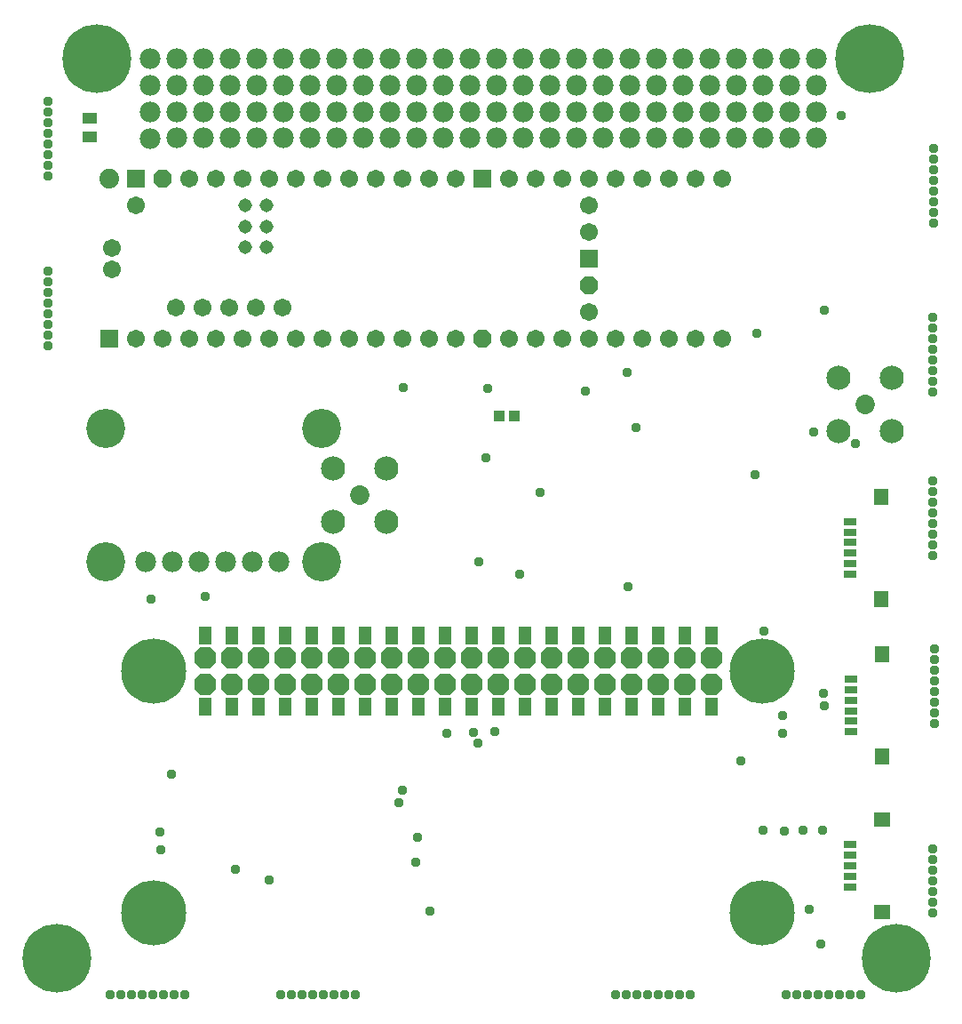
<source format=gbr>
G04 EAGLE Gerber RS-274X export*
G75*
%MOMM*%
%FSLAX34Y34*%
%LPD*%
%INSoldermask Top*%
%IPPOS*%
%AMOC8*
5,1,8,0,0,1.08239X$1,22.5*%
G01*
%ADD10C,6.553200*%
%ADD11C,1.981200*%
%ADD12R,1.403200X1.003200*%
%ADD13R,1.193800X0.762000*%
%ADD14R,1.473200X1.498600*%
%ADD15R,1.223200X1.727200*%
%ADD16R,1.711200X1.711200*%
%ADD17C,1.879600*%
%ADD18P,1.852186X8X112.500000*%
%ADD19C,1.711200*%
%ADD20C,1.311200*%
%ADD21R,1.203200X0.753200*%
%ADD22R,1.503200X1.463200*%
%ADD23P,2.249423X8X22.500000*%
%ADD24R,1.003200X1.003200*%
%ADD25C,2.303200*%
%ADD26C,1.853200*%
%ADD27C,0.959600*%
%ADD28C,3.719200*%
%ADD29C,6.203200*%


D10*
X50800Y50800D03*
X850900Y50800D03*
X825500Y908050D03*
X88900Y908050D03*
D11*
X774700Y908050D03*
X774700Y882650D03*
X139700Y908050D03*
X139700Y882650D03*
X749300Y908050D03*
X749300Y882650D03*
X723900Y908050D03*
X723900Y882650D03*
X698500Y908050D03*
X698500Y882650D03*
X673100Y908050D03*
X673100Y882650D03*
X647700Y908050D03*
X647700Y882650D03*
X622300Y908050D03*
X622300Y882650D03*
X596900Y908050D03*
X596900Y882650D03*
X571500Y908050D03*
X571500Y882650D03*
X546100Y908050D03*
X546100Y882650D03*
X520700Y908050D03*
X520700Y882650D03*
X495300Y908050D03*
X495300Y882650D03*
X469900Y908050D03*
X469900Y882650D03*
X444500Y908050D03*
X444500Y882650D03*
X419100Y908050D03*
X419100Y882650D03*
X393700Y908050D03*
X393700Y882650D03*
X368300Y908050D03*
X368300Y882650D03*
X342900Y908050D03*
X342900Y882650D03*
X317500Y908050D03*
X317500Y882650D03*
X292100Y908050D03*
X292100Y882650D03*
X266700Y908050D03*
X266700Y882650D03*
X241300Y908050D03*
X241300Y882650D03*
X215900Y908050D03*
X215900Y882650D03*
X190500Y908050D03*
X190500Y882650D03*
X165100Y908050D03*
X165100Y882650D03*
X774700Y857250D03*
X774700Y832231D03*
X139700Y857250D03*
X139700Y831850D03*
X749300Y857250D03*
X749300Y832231D03*
X723900Y857250D03*
X723900Y832231D03*
X698500Y857250D03*
X698500Y832231D03*
X673100Y857250D03*
X673100Y832231D03*
X647700Y857250D03*
X647700Y832231D03*
X622300Y857250D03*
X622300Y832231D03*
X596900Y857250D03*
X596900Y832231D03*
X571500Y857250D03*
X571500Y832231D03*
X546100Y857250D03*
X546100Y832231D03*
X520700Y857250D03*
X520700Y832231D03*
X495300Y857250D03*
X495300Y832231D03*
X469900Y857250D03*
X469900Y832231D03*
X444500Y857250D03*
X444500Y832231D03*
X419100Y857250D03*
X419100Y832231D03*
X393700Y857250D03*
X393700Y832231D03*
X368300Y857250D03*
X368300Y832231D03*
X342900Y857250D03*
X342900Y832231D03*
X317500Y857250D03*
X317500Y832231D03*
X292100Y857250D03*
X292100Y832231D03*
X266700Y857250D03*
X266700Y832231D03*
X241300Y857250D03*
X241300Y832231D03*
X215900Y857250D03*
X215900Y832231D03*
X190500Y857250D03*
X190500Y832231D03*
X165100Y857250D03*
X165100Y832231D03*
D12*
X81690Y851440D03*
X81690Y833440D03*
D13*
X807324Y266800D03*
X807324Y276800D03*
X807324Y286800D03*
X807324Y296800D03*
X807324Y306800D03*
X807324Y316800D03*
D14*
X837224Y340550D03*
X837224Y243050D03*
D15*
X191600Y358140D03*
X217000Y358140D03*
X242400Y358140D03*
X267800Y358140D03*
X293200Y358140D03*
X318600Y358140D03*
X344000Y358140D03*
X369400Y358140D03*
X394800Y358140D03*
X420200Y358140D03*
X445600Y358140D03*
X471000Y358140D03*
X496400Y358140D03*
X521800Y358140D03*
X547200Y358140D03*
X572600Y358140D03*
X598000Y358140D03*
X623400Y358140D03*
X648800Y358140D03*
X674200Y358140D03*
X191600Y291060D03*
X217000Y291060D03*
X242400Y291060D03*
X267800Y291060D03*
X293200Y291060D03*
X318600Y291060D03*
X344000Y291060D03*
X369400Y291060D03*
X394800Y291060D03*
X420200Y291060D03*
X445600Y291060D03*
X471000Y291060D03*
X496400Y291060D03*
X521800Y291060D03*
X547200Y291060D03*
X572600Y291060D03*
X598000Y291060D03*
X623400Y291060D03*
X648800Y291060D03*
X674200Y291060D03*
D11*
X135040Y428604D03*
X160440Y428604D03*
X185840Y428604D03*
X211240Y428604D03*
X236640Y428604D03*
X262040Y428604D03*
D16*
X100400Y641100D03*
X557600Y717300D03*
X125800Y793500D03*
D17*
X100400Y793500D03*
D18*
X151200Y793500D03*
X557600Y691900D03*
D19*
X557600Y666500D03*
X557600Y742700D03*
X557600Y768100D03*
X430600Y793500D03*
X430600Y641100D03*
X125800Y641100D03*
X151200Y641100D03*
X176600Y641100D03*
X202000Y641100D03*
X227400Y641100D03*
X252800Y641100D03*
X278200Y641100D03*
X303600Y641100D03*
X329000Y641100D03*
X354400Y641100D03*
X379800Y641100D03*
X405200Y641100D03*
X125800Y768100D03*
X405200Y793500D03*
X379800Y793500D03*
X354400Y793500D03*
X329000Y793500D03*
X303600Y793500D03*
X278200Y793500D03*
X252800Y793500D03*
X227400Y793500D03*
X202000Y793500D03*
X176600Y793500D03*
D18*
X456000Y641100D03*
D19*
X506800Y641100D03*
X532200Y641100D03*
X557600Y641100D03*
X583000Y641100D03*
X608400Y641100D03*
X633800Y641100D03*
X659200Y641100D03*
X684600Y641100D03*
X481400Y793500D03*
X506800Y793500D03*
X532200Y793500D03*
X557600Y793500D03*
X583000Y793500D03*
X608400Y793500D03*
X633800Y793500D03*
X659200Y793500D03*
X684600Y793500D03*
X163900Y671100D03*
X189300Y671100D03*
X214700Y671100D03*
X240100Y671100D03*
X265500Y671100D03*
X481400Y641100D03*
D16*
X456000Y793500D03*
D19*
X102700Y727300D03*
X102700Y707300D03*
D20*
X230100Y768100D03*
X230100Y748100D03*
X230100Y728100D03*
X250100Y768100D03*
X250100Y748100D03*
X250100Y728100D03*
D21*
X806800Y119100D03*
X806800Y129100D03*
X806800Y139100D03*
X806800Y149100D03*
X806800Y159100D03*
D22*
X836700Y95350D03*
X836700Y182900D03*
D23*
X191600Y311900D03*
X191600Y337300D03*
X217000Y311900D03*
X217000Y337300D03*
X242400Y311900D03*
X242400Y337300D03*
X267800Y311900D03*
X267800Y337300D03*
X293200Y311900D03*
X293200Y337300D03*
X318600Y311900D03*
X318600Y337300D03*
X344000Y311900D03*
X344000Y337300D03*
X369400Y311900D03*
X369400Y337300D03*
X394800Y311900D03*
X394800Y337300D03*
X420200Y311900D03*
X420200Y337300D03*
X445600Y311900D03*
X445600Y337300D03*
X471000Y311900D03*
X471000Y337300D03*
X496400Y311900D03*
X496400Y337300D03*
X521800Y311900D03*
X521800Y337300D03*
X547200Y311900D03*
X547200Y337300D03*
X572600Y311900D03*
X572600Y337300D03*
X598000Y311900D03*
X598000Y337300D03*
X623400Y311900D03*
X623400Y337300D03*
X648800Y311900D03*
X648800Y337300D03*
X674200Y311900D03*
X674200Y337300D03*
D13*
X806224Y417100D03*
X806224Y427100D03*
X806224Y437100D03*
X806224Y447100D03*
X806224Y457100D03*
X806224Y467100D03*
D14*
X836124Y490850D03*
X836124Y393350D03*
D24*
X486800Y567200D03*
X471800Y567200D03*
D25*
X846000Y604200D03*
X846000Y553400D03*
X795200Y553400D03*
X795200Y604200D03*
D26*
X820600Y578800D03*
D25*
X313600Y466700D03*
X313600Y517500D03*
X364400Y517500D03*
X364400Y466700D03*
D26*
X339000Y492100D03*
D27*
X101600Y16510D03*
X121920Y16510D03*
X132080Y16510D03*
X142240Y16510D03*
X152400Y16510D03*
X162560Y16510D03*
X172720Y16510D03*
X111760Y16510D03*
X264160Y16510D03*
X274320Y16510D03*
X284480Y16510D03*
X294640Y16510D03*
X304800Y16510D03*
X314960Y16510D03*
X325120Y16510D03*
X335280Y16510D03*
X41656Y796544D03*
X41656Y816864D03*
X41656Y827024D03*
X41656Y837184D03*
X41656Y847344D03*
X41656Y857504D03*
X41656Y867664D03*
X41656Y806704D03*
X41656Y634492D03*
X41656Y654812D03*
X41656Y664972D03*
X41656Y675132D03*
X41656Y685292D03*
X41656Y695452D03*
X41656Y705612D03*
X41656Y644652D03*
X582930Y16510D03*
X603250Y16510D03*
X613410Y16510D03*
X623570Y16510D03*
X633730Y16510D03*
X643890Y16510D03*
X654050Y16510D03*
X593090Y16510D03*
X745490Y16510D03*
X755650Y16510D03*
X765810Y16510D03*
X775970Y16510D03*
X786130Y16510D03*
X796290Y16510D03*
X806450Y16510D03*
X816610Y16510D03*
X885190Y94234D03*
X885190Y114554D03*
X885190Y124714D03*
X885190Y134874D03*
X885190Y145034D03*
X885190Y155194D03*
X885190Y104394D03*
X886206Y751332D03*
X886206Y771652D03*
X886206Y781812D03*
X886206Y791972D03*
X886206Y802132D03*
X886206Y812292D03*
X886206Y822452D03*
X886206Y761492D03*
X798000Y854000D03*
X778700Y64300D03*
X811700Y541700D03*
X767600Y97600D03*
X771800Y552100D03*
X743400Y172500D03*
X723700Y172700D03*
X602800Y557000D03*
X594200Y608700D03*
X762000Y172900D03*
X220600Y136100D03*
X406400Y96000D03*
X595100Y405300D03*
X451500Y256400D03*
X148800Y171500D03*
X149200Y154800D03*
X422000Y265600D03*
X447600Y266600D03*
X468200Y266700D03*
X781900Y291200D03*
X452500Y429100D03*
X781300Y303100D03*
X491600Y417200D03*
X510900Y494700D03*
X191400Y395900D03*
X554200Y590900D03*
X252500Y125900D03*
X780600Y172900D03*
X159500Y226700D03*
X459000Y528100D03*
D28*
X303060Y555600D03*
X96940Y428604D03*
X96940Y555604D03*
X303060Y428604D03*
D27*
X716000Y511700D03*
X702300Y239100D03*
X381000Y594300D03*
X140300Y393300D03*
X886590Y274934D03*
X886590Y295254D03*
X886590Y305414D03*
X886590Y315574D03*
X886590Y325734D03*
X886590Y335894D03*
X886590Y346054D03*
X886590Y285094D03*
X885490Y590834D03*
X885490Y611154D03*
X885490Y621314D03*
X885490Y631474D03*
X885490Y641634D03*
X885490Y651794D03*
X885490Y661954D03*
X885490Y600994D03*
X885190Y434634D03*
X885190Y454954D03*
X885190Y465114D03*
X885190Y475274D03*
X885190Y485434D03*
X885190Y495594D03*
X885190Y505754D03*
X885190Y444794D03*
X717400Y646500D03*
X781700Y668400D03*
X392600Y142900D03*
X393900Y165900D03*
X376000Y199700D03*
X380000Y210800D03*
X742200Y282600D03*
X741900Y265200D03*
D29*
X142600Y324700D03*
X722600Y324600D03*
X722600Y94600D03*
X142600Y94600D03*
D27*
X460900Y593800D03*
X724000Y362800D03*
M02*

</source>
